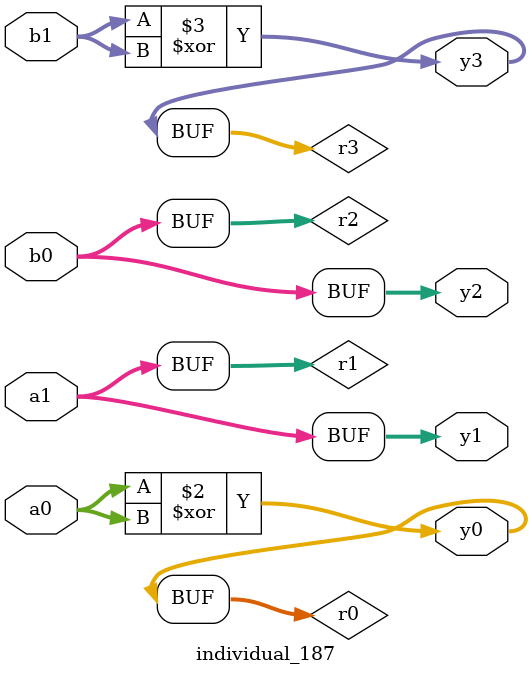
<source format=sv>
module individual_187(input logic [15:0] a1, input logic [15:0] a0, input logic [15:0] b1, input logic [15:0] b0, output logic [15:0] y3, output logic [15:0] y2, output logic [15:0] y1, output logic [15:0] y0);
logic [15:0] r0, r1, r2, r3; 
 always@(*) begin 
	 r0 = a0; r1 = a1; r2 = b0; r3 = b1; 
 	 r0  ^=  a0 ;
 	 r3  ^=  r3 ;
 	 y3 = r3; y2 = r2; y1 = r1; y0 = r0; 
end
endmodule
</source>
